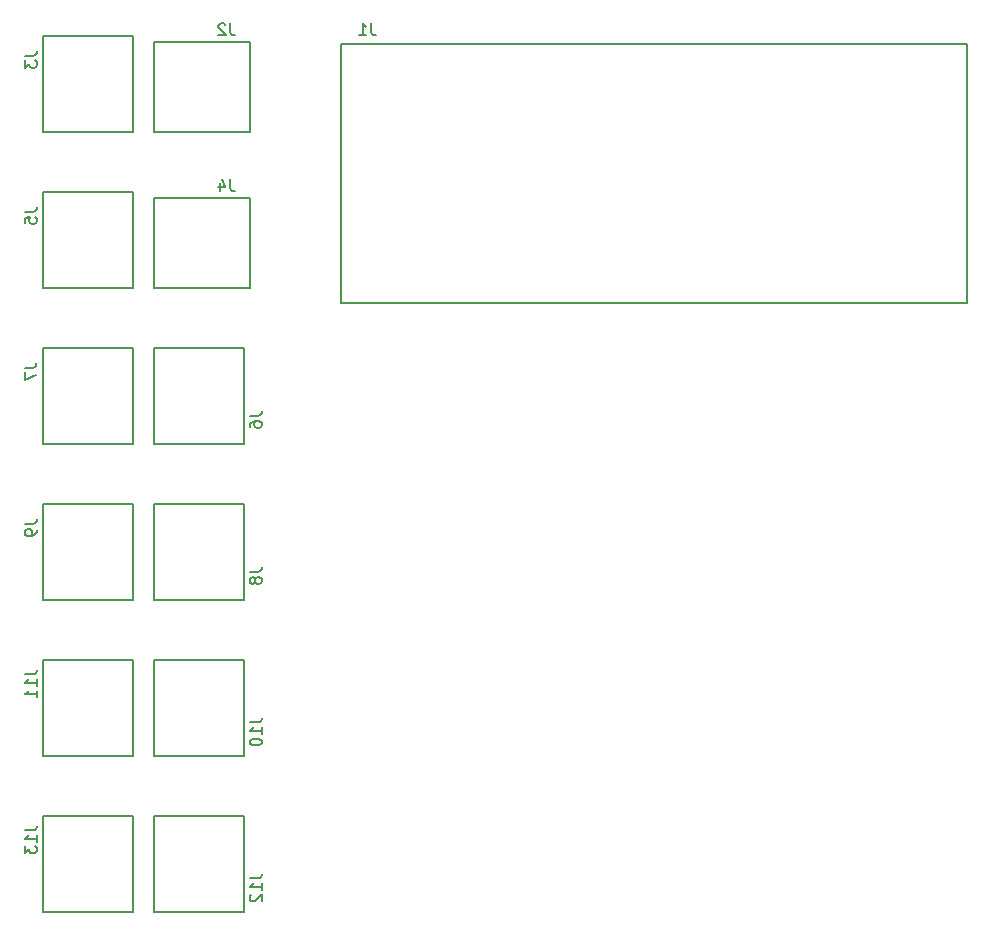
<source format=gbr>
G04 #@! TF.GenerationSoftware,KiCad,Pcbnew,5.1.4-e60b266~84~ubuntu18.04.1*
G04 #@! TF.CreationDate,2019-11-21T00:50:37-05:00*
G04 #@! TF.ProjectId,sensing_module_interface,73656e73-696e-4675-9f6d-6f64756c655f,rev?*
G04 #@! TF.SameCoordinates,Original*
G04 #@! TF.FileFunction,Legend,Bot*
G04 #@! TF.FilePolarity,Positive*
%FSLAX46Y46*%
G04 Gerber Fmt 4.6, Leading zero omitted, Abs format (unit mm)*
G04 Created by KiCad (PCBNEW 5.1.4-e60b266~84~ubuntu18.04.1) date 2019-11-21 00:50:37*
%MOMM*%
%LPD*%
G04 APERTURE LIST*
%ADD10C,0.150000*%
G04 APERTURE END LIST*
D10*
X90678000Y-127508000D02*
X90678000Y-135636000D01*
X90678000Y-135636000D02*
X98298000Y-135636000D01*
X98298000Y-135636000D02*
X98298000Y-127508000D01*
X98298000Y-127508000D02*
X90678000Y-127508000D01*
X108204000Y-61976000D02*
X100076000Y-61976000D01*
X100076000Y-61976000D02*
X100076000Y-69596000D01*
X100076000Y-69596000D02*
X108204000Y-69596000D01*
X108204000Y-69596000D02*
X108204000Y-61976000D01*
X115920000Y-84120000D02*
X168920000Y-84120000D01*
X168920000Y-84120000D02*
X168920000Y-62120000D01*
X168920000Y-62120000D02*
X115920000Y-62120000D01*
X115920000Y-62120000D02*
X115920000Y-84120000D01*
X98298000Y-61468000D02*
X90678000Y-61468000D01*
X98298000Y-69596000D02*
X98298000Y-61468000D01*
X90678000Y-69596000D02*
X98298000Y-69596000D01*
X90678000Y-61468000D02*
X90678000Y-69596000D01*
X108204000Y-82804000D02*
X108204000Y-75184000D01*
X100076000Y-82804000D02*
X108204000Y-82804000D01*
X100076000Y-75184000D02*
X100076000Y-82804000D01*
X108204000Y-75184000D02*
X100076000Y-75184000D01*
X90678000Y-74676000D02*
X90678000Y-82804000D01*
X90678000Y-82804000D02*
X98298000Y-82804000D01*
X98298000Y-82804000D02*
X98298000Y-74676000D01*
X98298000Y-74676000D02*
X90678000Y-74676000D01*
X107696000Y-96012000D02*
X107696000Y-87884000D01*
X107696000Y-87884000D02*
X100076000Y-87884000D01*
X100076000Y-87884000D02*
X100076000Y-96012000D01*
X100076000Y-96012000D02*
X107696000Y-96012000D01*
X98272600Y-87884000D02*
X90652600Y-87884000D01*
X98272600Y-96012000D02*
X98272600Y-87884000D01*
X90652600Y-96012000D02*
X98272600Y-96012000D01*
X90652600Y-87884000D02*
X90652600Y-96012000D01*
X100076000Y-109220000D02*
X107696000Y-109220000D01*
X100076000Y-101092000D02*
X100076000Y-109220000D01*
X107696000Y-101092000D02*
X100076000Y-101092000D01*
X107696000Y-109220000D02*
X107696000Y-101092000D01*
X90678000Y-101092000D02*
X90678000Y-109220000D01*
X90678000Y-109220000D02*
X98298000Y-109220000D01*
X98298000Y-109220000D02*
X98298000Y-101092000D01*
X98298000Y-101092000D02*
X90678000Y-101092000D01*
X100076000Y-122428000D02*
X107696000Y-122428000D01*
X100076000Y-114300000D02*
X100076000Y-122428000D01*
X107696000Y-114300000D02*
X100076000Y-114300000D01*
X107696000Y-122428000D02*
X107696000Y-114300000D01*
X90678000Y-114300000D02*
X90678000Y-122428000D01*
X90678000Y-122428000D02*
X98298000Y-122428000D01*
X98298000Y-122428000D02*
X98298000Y-114300000D01*
X98298000Y-114300000D02*
X90678000Y-114300000D01*
X100076000Y-135636000D02*
X107696000Y-135636000D01*
X100076000Y-127508000D02*
X100076000Y-135636000D01*
X107696000Y-127508000D02*
X100076000Y-127508000D01*
X107696000Y-135636000D02*
X107696000Y-127508000D01*
X89114380Y-128730476D02*
X89828666Y-128730476D01*
X89971523Y-128682857D01*
X90066761Y-128587619D01*
X90114380Y-128444761D01*
X90114380Y-128349523D01*
X90114380Y-129730476D02*
X90114380Y-129159047D01*
X90114380Y-129444761D02*
X89114380Y-129444761D01*
X89257238Y-129349523D01*
X89352476Y-129254285D01*
X89400095Y-129159047D01*
X89114380Y-130063809D02*
X89114380Y-130682857D01*
X89495333Y-130349523D01*
X89495333Y-130492380D01*
X89542952Y-130587619D01*
X89590571Y-130635238D01*
X89685809Y-130682857D01*
X89923904Y-130682857D01*
X90019142Y-130635238D01*
X90066761Y-130587619D01*
X90114380Y-130492380D01*
X90114380Y-130206666D01*
X90066761Y-130111428D01*
X90019142Y-130063809D01*
X106505333Y-60412380D02*
X106505333Y-61126666D01*
X106552952Y-61269523D01*
X106648190Y-61364761D01*
X106791047Y-61412380D01*
X106886285Y-61412380D01*
X106076761Y-60507619D02*
X106029142Y-60460000D01*
X105933904Y-60412380D01*
X105695809Y-60412380D01*
X105600571Y-60460000D01*
X105552952Y-60507619D01*
X105505333Y-60602857D01*
X105505333Y-60698095D01*
X105552952Y-60840952D01*
X106124380Y-61412380D01*
X105505333Y-61412380D01*
X118443333Y-60412380D02*
X118443333Y-61126666D01*
X118490952Y-61269523D01*
X118586190Y-61364761D01*
X118729047Y-61412380D01*
X118824285Y-61412380D01*
X117443333Y-61412380D02*
X118014761Y-61412380D01*
X117729047Y-61412380D02*
X117729047Y-60412380D01*
X117824285Y-60555238D01*
X117919523Y-60650476D01*
X118014761Y-60698095D01*
X89114380Y-63166666D02*
X89828666Y-63166666D01*
X89971523Y-63119047D01*
X90066761Y-63023809D01*
X90114380Y-62880952D01*
X90114380Y-62785714D01*
X89114380Y-63547619D02*
X89114380Y-64166666D01*
X89495333Y-63833333D01*
X89495333Y-63976190D01*
X89542952Y-64071428D01*
X89590571Y-64119047D01*
X89685809Y-64166666D01*
X89923904Y-64166666D01*
X90019142Y-64119047D01*
X90066761Y-64071428D01*
X90114380Y-63976190D01*
X90114380Y-63690476D01*
X90066761Y-63595238D01*
X90019142Y-63547619D01*
X106505333Y-73620380D02*
X106505333Y-74334666D01*
X106552952Y-74477523D01*
X106648190Y-74572761D01*
X106791047Y-74620380D01*
X106886285Y-74620380D01*
X105600571Y-73953714D02*
X105600571Y-74620380D01*
X105838666Y-73572761D02*
X106076761Y-74287047D01*
X105457714Y-74287047D01*
X89114380Y-76374666D02*
X89828666Y-76374666D01*
X89971523Y-76327047D01*
X90066761Y-76231809D01*
X90114380Y-76088952D01*
X90114380Y-75993714D01*
X89114380Y-77327047D02*
X89114380Y-76850857D01*
X89590571Y-76803238D01*
X89542952Y-76850857D01*
X89495333Y-76946095D01*
X89495333Y-77184190D01*
X89542952Y-77279428D01*
X89590571Y-77327047D01*
X89685809Y-77374666D01*
X89923904Y-77374666D01*
X90019142Y-77327047D01*
X90066761Y-77279428D01*
X90114380Y-77184190D01*
X90114380Y-76946095D01*
X90066761Y-76850857D01*
X90019142Y-76803238D01*
X108164380Y-93646666D02*
X108878666Y-93646666D01*
X109021523Y-93599047D01*
X109116761Y-93503809D01*
X109164380Y-93360952D01*
X109164380Y-93265714D01*
X108164380Y-94551428D02*
X108164380Y-94360952D01*
X108212000Y-94265714D01*
X108259619Y-94218095D01*
X108402476Y-94122857D01*
X108592952Y-94075238D01*
X108973904Y-94075238D01*
X109069142Y-94122857D01*
X109116761Y-94170476D01*
X109164380Y-94265714D01*
X109164380Y-94456190D01*
X109116761Y-94551428D01*
X109069142Y-94599047D01*
X108973904Y-94646666D01*
X108735809Y-94646666D01*
X108640571Y-94599047D01*
X108592952Y-94551428D01*
X108545333Y-94456190D01*
X108545333Y-94265714D01*
X108592952Y-94170476D01*
X108640571Y-94122857D01*
X108735809Y-94075238D01*
X89088980Y-89582666D02*
X89803266Y-89582666D01*
X89946123Y-89535047D01*
X90041361Y-89439809D01*
X90088980Y-89296952D01*
X90088980Y-89201714D01*
X89088980Y-89963619D02*
X89088980Y-90630285D01*
X90088980Y-90201714D01*
X108164380Y-106854666D02*
X108878666Y-106854666D01*
X109021523Y-106807047D01*
X109116761Y-106711809D01*
X109164380Y-106568952D01*
X109164380Y-106473714D01*
X108592952Y-107473714D02*
X108545333Y-107378476D01*
X108497714Y-107330857D01*
X108402476Y-107283238D01*
X108354857Y-107283238D01*
X108259619Y-107330857D01*
X108212000Y-107378476D01*
X108164380Y-107473714D01*
X108164380Y-107664190D01*
X108212000Y-107759428D01*
X108259619Y-107807047D01*
X108354857Y-107854666D01*
X108402476Y-107854666D01*
X108497714Y-107807047D01*
X108545333Y-107759428D01*
X108592952Y-107664190D01*
X108592952Y-107473714D01*
X108640571Y-107378476D01*
X108688190Y-107330857D01*
X108783428Y-107283238D01*
X108973904Y-107283238D01*
X109069142Y-107330857D01*
X109116761Y-107378476D01*
X109164380Y-107473714D01*
X109164380Y-107664190D01*
X109116761Y-107759428D01*
X109069142Y-107807047D01*
X108973904Y-107854666D01*
X108783428Y-107854666D01*
X108688190Y-107807047D01*
X108640571Y-107759428D01*
X108592952Y-107664190D01*
X89114380Y-102790666D02*
X89828666Y-102790666D01*
X89971523Y-102743047D01*
X90066761Y-102647809D01*
X90114380Y-102504952D01*
X90114380Y-102409714D01*
X90114380Y-103314476D02*
X90114380Y-103504952D01*
X90066761Y-103600190D01*
X90019142Y-103647809D01*
X89876285Y-103743047D01*
X89685809Y-103790666D01*
X89304857Y-103790666D01*
X89209619Y-103743047D01*
X89162000Y-103695428D01*
X89114380Y-103600190D01*
X89114380Y-103409714D01*
X89162000Y-103314476D01*
X89209619Y-103266857D01*
X89304857Y-103219238D01*
X89542952Y-103219238D01*
X89638190Y-103266857D01*
X89685809Y-103314476D01*
X89733428Y-103409714D01*
X89733428Y-103600190D01*
X89685809Y-103695428D01*
X89638190Y-103743047D01*
X89542952Y-103790666D01*
X108164380Y-119586476D02*
X108878666Y-119586476D01*
X109021523Y-119538857D01*
X109116761Y-119443619D01*
X109164380Y-119300761D01*
X109164380Y-119205523D01*
X109164380Y-120586476D02*
X109164380Y-120015047D01*
X109164380Y-120300761D02*
X108164380Y-120300761D01*
X108307238Y-120205523D01*
X108402476Y-120110285D01*
X108450095Y-120015047D01*
X108164380Y-121205523D02*
X108164380Y-121300761D01*
X108212000Y-121396000D01*
X108259619Y-121443619D01*
X108354857Y-121491238D01*
X108545333Y-121538857D01*
X108783428Y-121538857D01*
X108973904Y-121491238D01*
X109069142Y-121443619D01*
X109116761Y-121396000D01*
X109164380Y-121300761D01*
X109164380Y-121205523D01*
X109116761Y-121110285D01*
X109069142Y-121062666D01*
X108973904Y-121015047D01*
X108783428Y-120967428D01*
X108545333Y-120967428D01*
X108354857Y-121015047D01*
X108259619Y-121062666D01*
X108212000Y-121110285D01*
X108164380Y-121205523D01*
X89114380Y-115522476D02*
X89828666Y-115522476D01*
X89971523Y-115474857D01*
X90066761Y-115379619D01*
X90114380Y-115236761D01*
X90114380Y-115141523D01*
X90114380Y-116522476D02*
X90114380Y-115951047D01*
X90114380Y-116236761D02*
X89114380Y-116236761D01*
X89257238Y-116141523D01*
X89352476Y-116046285D01*
X89400095Y-115951047D01*
X90114380Y-117474857D02*
X90114380Y-116903428D01*
X90114380Y-117189142D02*
X89114380Y-117189142D01*
X89257238Y-117093904D01*
X89352476Y-116998666D01*
X89400095Y-116903428D01*
X108164380Y-132794476D02*
X108878666Y-132794476D01*
X109021523Y-132746857D01*
X109116761Y-132651619D01*
X109164380Y-132508761D01*
X109164380Y-132413523D01*
X109164380Y-133794476D02*
X109164380Y-133223047D01*
X109164380Y-133508761D02*
X108164380Y-133508761D01*
X108307238Y-133413523D01*
X108402476Y-133318285D01*
X108450095Y-133223047D01*
X108259619Y-134175428D02*
X108212000Y-134223047D01*
X108164380Y-134318285D01*
X108164380Y-134556380D01*
X108212000Y-134651619D01*
X108259619Y-134699238D01*
X108354857Y-134746857D01*
X108450095Y-134746857D01*
X108592952Y-134699238D01*
X109164380Y-134127809D01*
X109164380Y-134746857D01*
M02*

</source>
